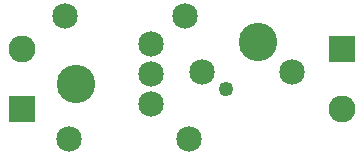
<source format=gts>
G04 MADE WITH FRITZING*
G04 WWW.FRITZING.ORG*
G04 DOUBLE SIDED*
G04 HOLES PLATED*
G04 CONTOUR ON CENTER OF CONTOUR VECTOR*
%ASAXBY*%
%FSLAX23Y23*%
%MOIN*%
%OFA0B0*%
%SFA1.0B1.0*%
%ADD10C,0.128110*%
%ADD11C,0.085000*%
%ADD12C,0.090000*%
%ADD13C,0.049370*%
%ADD14R,0.089986X0.090000*%
%LNMASK1*%
G90*
G70*
G54D10*
X1055Y429D03*
X450Y291D03*
G54D11*
X427Y108D03*
X827Y108D03*
X412Y515D03*
X812Y515D03*
X700Y423D03*
X700Y323D03*
X700Y223D03*
G54D12*
X1337Y407D03*
X1337Y207D03*
X270Y207D03*
X270Y407D03*
G54D11*
X1170Y330D03*
X870Y330D03*
G54D13*
X948Y273D03*
G54D14*
X1337Y407D03*
X270Y207D03*
G04 End of Mask1*
M02*
</source>
